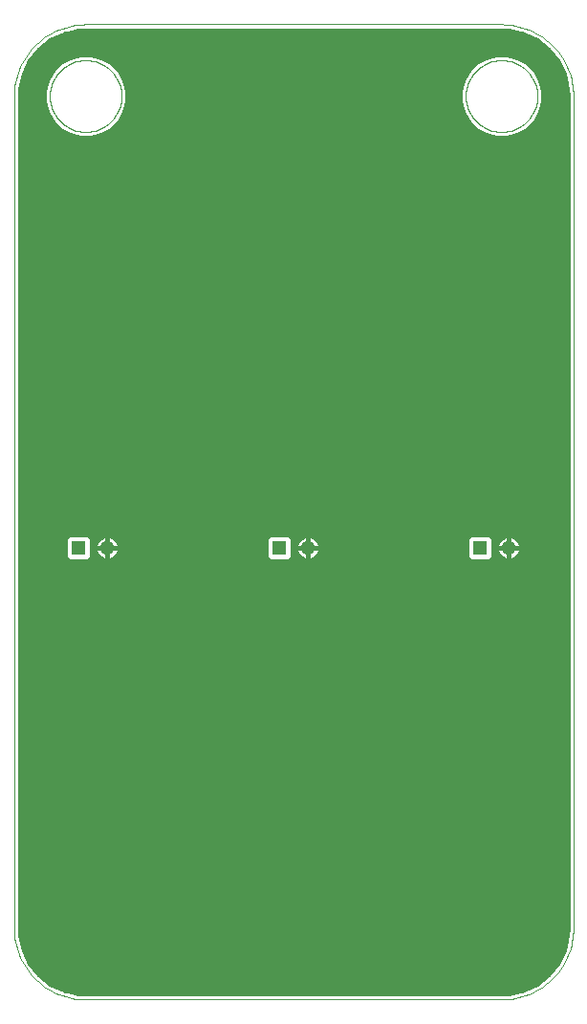
<source format=gtl>
G75*
G70*
%OFA0B0*%
%FSLAX24Y24*%
%IPPOS*%
%LPD*%
%AMOC8*
5,1,8,0,0,1.08239X$1,22.5*
%
%ADD10C,0.0000*%
%ADD11R,0.0515X0.0515*%
%ADD12C,0.0515*%
%ADD13C,0.0100*%
D10*
X000655Y003155D02*
X000655Y032155D01*
X001905Y032155D02*
X001907Y032225D01*
X001913Y032295D01*
X001923Y032364D01*
X001936Y032433D01*
X001954Y032501D01*
X001975Y032568D01*
X002000Y032633D01*
X002029Y032697D01*
X002061Y032760D01*
X002097Y032820D01*
X002136Y032878D01*
X002178Y032934D01*
X002223Y032988D01*
X002271Y033039D01*
X002322Y033087D01*
X002376Y033132D01*
X002432Y033174D01*
X002490Y033213D01*
X002550Y033249D01*
X002613Y033281D01*
X002677Y033310D01*
X002742Y033335D01*
X002809Y033356D01*
X002877Y033374D01*
X002946Y033387D01*
X003015Y033397D01*
X003085Y033403D01*
X003155Y033405D01*
X003225Y033403D01*
X003295Y033397D01*
X003364Y033387D01*
X003433Y033374D01*
X003501Y033356D01*
X003568Y033335D01*
X003633Y033310D01*
X003697Y033281D01*
X003760Y033249D01*
X003820Y033213D01*
X003878Y033174D01*
X003934Y033132D01*
X003988Y033087D01*
X004039Y033039D01*
X004087Y032988D01*
X004132Y032934D01*
X004174Y032878D01*
X004213Y032820D01*
X004249Y032760D01*
X004281Y032697D01*
X004310Y032633D01*
X004335Y032568D01*
X004356Y032501D01*
X004374Y032433D01*
X004387Y032364D01*
X004397Y032295D01*
X004403Y032225D01*
X004405Y032155D01*
X004403Y032085D01*
X004397Y032015D01*
X004387Y031946D01*
X004374Y031877D01*
X004356Y031809D01*
X004335Y031742D01*
X004310Y031677D01*
X004281Y031613D01*
X004249Y031550D01*
X004213Y031490D01*
X004174Y031432D01*
X004132Y031376D01*
X004087Y031322D01*
X004039Y031271D01*
X003988Y031223D01*
X003934Y031178D01*
X003878Y031136D01*
X003820Y031097D01*
X003760Y031061D01*
X003697Y031029D01*
X003633Y031000D01*
X003568Y030975D01*
X003501Y030954D01*
X003433Y030936D01*
X003364Y030923D01*
X003295Y030913D01*
X003225Y030907D01*
X003155Y030905D01*
X003085Y030907D01*
X003015Y030913D01*
X002946Y030923D01*
X002877Y030936D01*
X002809Y030954D01*
X002742Y030975D01*
X002677Y031000D01*
X002613Y031029D01*
X002550Y031061D01*
X002490Y031097D01*
X002432Y031136D01*
X002376Y031178D01*
X002322Y031223D01*
X002271Y031271D01*
X002223Y031322D01*
X002178Y031376D01*
X002136Y031432D01*
X002097Y031490D01*
X002061Y031550D01*
X002029Y031613D01*
X002000Y031677D01*
X001975Y031742D01*
X001954Y031809D01*
X001936Y031877D01*
X001923Y031946D01*
X001913Y032015D01*
X001907Y032085D01*
X001905Y032155D01*
X000655Y032155D02*
X000658Y032274D01*
X000666Y032393D01*
X000680Y032511D01*
X000700Y032628D01*
X000725Y032744D01*
X000756Y032859D01*
X000792Y032973D01*
X000834Y033084D01*
X000881Y033194D01*
X000933Y033301D01*
X000990Y033405D01*
X001052Y033507D01*
X001119Y033605D01*
X001190Y033700D01*
X001266Y033792D01*
X001346Y033880D01*
X001430Y033964D01*
X001518Y034044D01*
X001610Y034120D01*
X001705Y034191D01*
X001803Y034258D01*
X001905Y034320D01*
X002009Y034377D01*
X002116Y034429D01*
X002226Y034476D01*
X002337Y034518D01*
X002451Y034554D01*
X002566Y034585D01*
X002682Y034610D01*
X002799Y034630D01*
X002917Y034644D01*
X003036Y034652D01*
X003155Y034655D01*
X017655Y034655D01*
X016405Y032155D02*
X016407Y032225D01*
X016413Y032295D01*
X016423Y032364D01*
X016436Y032433D01*
X016454Y032501D01*
X016475Y032568D01*
X016500Y032633D01*
X016529Y032697D01*
X016561Y032760D01*
X016597Y032820D01*
X016636Y032878D01*
X016678Y032934D01*
X016723Y032988D01*
X016771Y033039D01*
X016822Y033087D01*
X016876Y033132D01*
X016932Y033174D01*
X016990Y033213D01*
X017050Y033249D01*
X017113Y033281D01*
X017177Y033310D01*
X017242Y033335D01*
X017309Y033356D01*
X017377Y033374D01*
X017446Y033387D01*
X017515Y033397D01*
X017585Y033403D01*
X017655Y033405D01*
X017725Y033403D01*
X017795Y033397D01*
X017864Y033387D01*
X017933Y033374D01*
X018001Y033356D01*
X018068Y033335D01*
X018133Y033310D01*
X018197Y033281D01*
X018260Y033249D01*
X018320Y033213D01*
X018378Y033174D01*
X018434Y033132D01*
X018488Y033087D01*
X018539Y033039D01*
X018587Y032988D01*
X018632Y032934D01*
X018674Y032878D01*
X018713Y032820D01*
X018749Y032760D01*
X018781Y032697D01*
X018810Y032633D01*
X018835Y032568D01*
X018856Y032501D01*
X018874Y032433D01*
X018887Y032364D01*
X018897Y032295D01*
X018903Y032225D01*
X018905Y032155D01*
X018903Y032085D01*
X018897Y032015D01*
X018887Y031946D01*
X018874Y031877D01*
X018856Y031809D01*
X018835Y031742D01*
X018810Y031677D01*
X018781Y031613D01*
X018749Y031550D01*
X018713Y031490D01*
X018674Y031432D01*
X018632Y031376D01*
X018587Y031322D01*
X018539Y031271D01*
X018488Y031223D01*
X018434Y031178D01*
X018378Y031136D01*
X018320Y031097D01*
X018260Y031061D01*
X018197Y031029D01*
X018133Y031000D01*
X018068Y030975D01*
X018001Y030954D01*
X017933Y030936D01*
X017864Y030923D01*
X017795Y030913D01*
X017725Y030907D01*
X017655Y030905D01*
X017585Y030907D01*
X017515Y030913D01*
X017446Y030923D01*
X017377Y030936D01*
X017309Y030954D01*
X017242Y030975D01*
X017177Y031000D01*
X017113Y031029D01*
X017050Y031061D01*
X016990Y031097D01*
X016932Y031136D01*
X016876Y031178D01*
X016822Y031223D01*
X016771Y031271D01*
X016723Y031322D01*
X016678Y031376D01*
X016636Y031432D01*
X016597Y031490D01*
X016561Y031550D01*
X016529Y031613D01*
X016500Y031677D01*
X016475Y031742D01*
X016454Y031809D01*
X016436Y031877D01*
X016423Y031946D01*
X016413Y032015D01*
X016407Y032085D01*
X016405Y032155D01*
X017655Y034655D02*
X017774Y034652D01*
X017893Y034644D01*
X018011Y034630D01*
X018128Y034610D01*
X018244Y034585D01*
X018359Y034554D01*
X018473Y034518D01*
X018584Y034476D01*
X018694Y034429D01*
X018801Y034377D01*
X018905Y034320D01*
X019007Y034258D01*
X019105Y034191D01*
X019200Y034120D01*
X019292Y034044D01*
X019380Y033964D01*
X019464Y033880D01*
X019544Y033792D01*
X019620Y033700D01*
X019691Y033605D01*
X019758Y033507D01*
X019820Y033405D01*
X019877Y033301D01*
X019929Y033194D01*
X019976Y033084D01*
X020018Y032973D01*
X020054Y032859D01*
X020085Y032744D01*
X020110Y032628D01*
X020130Y032511D01*
X020144Y032393D01*
X020152Y032274D01*
X020155Y032155D01*
X020155Y003155D01*
X020152Y003036D01*
X020144Y002917D01*
X020130Y002799D01*
X020110Y002682D01*
X020085Y002566D01*
X020054Y002451D01*
X020018Y002337D01*
X019976Y002226D01*
X019929Y002116D01*
X019877Y002009D01*
X019820Y001905D01*
X019758Y001803D01*
X019691Y001705D01*
X019620Y001610D01*
X019544Y001518D01*
X019464Y001430D01*
X019380Y001346D01*
X019292Y001266D01*
X019200Y001190D01*
X019105Y001119D01*
X019007Y001052D01*
X018905Y000990D01*
X018801Y000933D01*
X018694Y000881D01*
X018584Y000834D01*
X018473Y000792D01*
X018359Y000756D01*
X018244Y000725D01*
X018128Y000700D01*
X018011Y000680D01*
X017893Y000666D01*
X017774Y000658D01*
X017655Y000655D01*
X003155Y000655D01*
X003036Y000658D01*
X002917Y000666D01*
X002799Y000680D01*
X002682Y000700D01*
X002566Y000725D01*
X002451Y000756D01*
X002337Y000792D01*
X002226Y000834D01*
X002116Y000881D01*
X002009Y000933D01*
X001905Y000990D01*
X001803Y001052D01*
X001705Y001119D01*
X001610Y001190D01*
X001518Y001266D01*
X001430Y001346D01*
X001346Y001430D01*
X001266Y001518D01*
X001190Y001610D01*
X001119Y001705D01*
X001052Y001803D01*
X000990Y001905D01*
X000933Y002009D01*
X000881Y002116D01*
X000834Y002226D01*
X000792Y002337D01*
X000756Y002451D01*
X000725Y002566D01*
X000700Y002682D01*
X000680Y002799D01*
X000666Y002917D01*
X000658Y003036D01*
X000655Y003155D01*
D11*
X002905Y016405D03*
X009905Y016405D03*
X016905Y016405D03*
D12*
X017905Y016405D03*
X010905Y016405D03*
X003905Y016405D03*
D13*
X001182Y001915D02*
X001508Y001508D01*
X001915Y001182D01*
X002386Y000956D01*
X002894Y000840D01*
X003155Y000825D01*
X017585Y000825D01*
X017596Y000825D01*
X017655Y000825D01*
X017916Y000840D01*
X018425Y000956D01*
X018895Y001182D01*
X019303Y001507D01*
X019628Y001915D01*
X019854Y002386D01*
X019970Y002894D01*
X019985Y003155D01*
X019985Y032155D01*
X019970Y032416D01*
X019854Y032925D01*
X019628Y033395D01*
X019303Y033803D01*
X018895Y034128D01*
X018425Y034354D01*
X017916Y034470D01*
X017655Y034485D01*
X003226Y034485D01*
X003192Y034485D01*
X003155Y034485D01*
X002894Y034470D01*
X002386Y034354D01*
X001915Y034128D01*
X001508Y033803D01*
X001182Y033395D01*
X000956Y032925D01*
X000840Y032416D01*
X000825Y032155D01*
X000825Y003226D01*
X000825Y003209D01*
X000825Y003155D01*
X000840Y002894D01*
X000956Y002386D01*
X001182Y001915D01*
X001172Y001936D02*
X019638Y001936D01*
X019685Y002035D02*
X001125Y002035D01*
X001077Y002133D02*
X019733Y002133D01*
X019780Y002232D02*
X001030Y002232D01*
X000982Y002330D02*
X019828Y002330D01*
X019864Y002429D02*
X000946Y002429D01*
X000923Y002527D02*
X019887Y002527D01*
X019909Y002626D02*
X000901Y002626D01*
X000878Y002725D02*
X019932Y002725D01*
X019954Y002823D02*
X000856Y002823D01*
X000838Y002922D02*
X019972Y002922D01*
X019978Y003020D02*
X000833Y003020D01*
X000827Y003119D02*
X019983Y003119D01*
X019985Y003217D02*
X000825Y003217D01*
X000825Y003316D02*
X019985Y003316D01*
X019985Y003414D02*
X000825Y003414D01*
X000825Y003513D02*
X019985Y003513D01*
X019985Y003611D02*
X000825Y003611D01*
X000825Y003710D02*
X019985Y003710D01*
X019985Y003809D02*
X000825Y003809D01*
X000825Y003907D02*
X019985Y003907D01*
X019985Y004006D02*
X000825Y004006D01*
X000825Y004104D02*
X019985Y004104D01*
X019985Y004203D02*
X000825Y004203D01*
X000825Y004301D02*
X019985Y004301D01*
X019985Y004400D02*
X000825Y004400D01*
X000825Y004498D02*
X019985Y004498D01*
X019985Y004597D02*
X000825Y004597D01*
X000825Y004695D02*
X019985Y004695D01*
X019985Y004794D02*
X000825Y004794D01*
X000825Y004892D02*
X019985Y004892D01*
X019985Y004991D02*
X000825Y004991D01*
X000825Y005090D02*
X019985Y005090D01*
X019985Y005188D02*
X000825Y005188D01*
X000825Y005287D02*
X019985Y005287D01*
X019985Y005385D02*
X000825Y005385D01*
X000825Y005484D02*
X019985Y005484D01*
X019985Y005582D02*
X000825Y005582D01*
X000825Y005681D02*
X019985Y005681D01*
X019985Y005779D02*
X000825Y005779D01*
X000825Y005878D02*
X019985Y005878D01*
X019985Y005976D02*
X000825Y005976D01*
X000825Y006075D02*
X019985Y006075D01*
X019985Y006174D02*
X000825Y006174D01*
X000825Y006272D02*
X019985Y006272D01*
X019985Y006371D02*
X000825Y006371D01*
X000825Y006469D02*
X019985Y006469D01*
X019985Y006568D02*
X000825Y006568D01*
X000825Y006666D02*
X019985Y006666D01*
X019985Y006765D02*
X000825Y006765D01*
X000825Y006863D02*
X019985Y006863D01*
X019985Y006962D02*
X000825Y006962D01*
X000825Y007060D02*
X019985Y007060D01*
X019985Y007159D02*
X000825Y007159D01*
X000825Y007258D02*
X019985Y007258D01*
X019985Y007356D02*
X000825Y007356D01*
X000825Y007455D02*
X019985Y007455D01*
X019985Y007553D02*
X000825Y007553D01*
X000825Y007652D02*
X019985Y007652D01*
X019985Y007750D02*
X000825Y007750D01*
X000825Y007849D02*
X019985Y007849D01*
X019985Y007947D02*
X000825Y007947D01*
X000825Y008046D02*
X019985Y008046D01*
X019985Y008144D02*
X000825Y008144D01*
X000825Y008243D02*
X019985Y008243D01*
X019985Y008341D02*
X000825Y008341D01*
X000825Y008440D02*
X019985Y008440D01*
X019985Y008539D02*
X000825Y008539D01*
X000825Y008637D02*
X019985Y008637D01*
X019985Y008736D02*
X000825Y008736D01*
X000825Y008834D02*
X019985Y008834D01*
X019985Y008933D02*
X000825Y008933D01*
X000825Y009031D02*
X019985Y009031D01*
X019985Y009130D02*
X000825Y009130D01*
X000825Y009228D02*
X019985Y009228D01*
X019985Y009327D02*
X000825Y009327D01*
X000825Y009425D02*
X019985Y009425D01*
X019985Y009524D02*
X000825Y009524D01*
X000825Y009623D02*
X019985Y009623D01*
X019985Y009721D02*
X000825Y009721D01*
X000825Y009820D02*
X019985Y009820D01*
X019985Y009918D02*
X000825Y009918D01*
X000825Y010017D02*
X019985Y010017D01*
X019985Y010115D02*
X000825Y010115D01*
X000825Y010214D02*
X019985Y010214D01*
X019985Y010312D02*
X000825Y010312D01*
X000825Y010411D02*
X019985Y010411D01*
X019985Y010509D02*
X000825Y010509D01*
X000825Y010608D02*
X019985Y010608D01*
X019985Y010707D02*
X000825Y010707D01*
X000825Y010805D02*
X019985Y010805D01*
X019985Y010904D02*
X000825Y010904D01*
X000825Y011002D02*
X019985Y011002D01*
X019985Y011101D02*
X000825Y011101D01*
X000825Y011199D02*
X019985Y011199D01*
X019985Y011298D02*
X000825Y011298D01*
X000825Y011396D02*
X019985Y011396D01*
X019985Y011495D02*
X000825Y011495D01*
X000825Y011593D02*
X019985Y011593D01*
X019985Y011692D02*
X000825Y011692D01*
X000825Y011791D02*
X019985Y011791D01*
X019985Y011889D02*
X000825Y011889D01*
X000825Y011988D02*
X019985Y011988D01*
X019985Y012086D02*
X000825Y012086D01*
X000825Y012185D02*
X019985Y012185D01*
X019985Y012283D02*
X000825Y012283D01*
X000825Y012382D02*
X019985Y012382D01*
X019985Y012480D02*
X000825Y012480D01*
X000825Y012579D02*
X019985Y012579D01*
X019985Y012677D02*
X000825Y012677D01*
X000825Y012776D02*
X019985Y012776D01*
X019985Y012874D02*
X000825Y012874D01*
X000825Y012973D02*
X019985Y012973D01*
X019985Y013072D02*
X000825Y013072D01*
X000825Y013170D02*
X019985Y013170D01*
X019985Y013269D02*
X000825Y013269D01*
X000825Y013367D02*
X019985Y013367D01*
X019985Y013466D02*
X000825Y013466D01*
X000825Y013564D02*
X019985Y013564D01*
X019985Y013663D02*
X000825Y013663D01*
X000825Y013761D02*
X019985Y013761D01*
X019985Y013860D02*
X000825Y013860D01*
X000825Y013958D02*
X019985Y013958D01*
X019985Y014057D02*
X000825Y014057D01*
X000825Y014156D02*
X019985Y014156D01*
X019985Y014254D02*
X000825Y014254D01*
X000825Y014353D02*
X019985Y014353D01*
X019985Y014451D02*
X000825Y014451D01*
X000825Y014550D02*
X019985Y014550D01*
X019985Y014648D02*
X000825Y014648D01*
X000825Y014747D02*
X019985Y014747D01*
X019985Y014845D02*
X000825Y014845D01*
X000825Y014944D02*
X019985Y014944D01*
X019985Y015042D02*
X000825Y015042D01*
X000825Y015141D02*
X019985Y015141D01*
X019985Y015240D02*
X000825Y015240D01*
X000825Y015338D02*
X019985Y015338D01*
X019985Y015437D02*
X000825Y015437D01*
X000825Y015535D02*
X019985Y015535D01*
X019985Y015634D02*
X000825Y015634D01*
X000825Y015732D02*
X019985Y015732D01*
X019985Y015831D02*
X000825Y015831D01*
X000825Y015929D02*
X019985Y015929D01*
X019985Y016028D02*
X018062Y016028D01*
X018062Y016027D02*
X018119Y016057D01*
X018171Y016094D01*
X018216Y016140D01*
X018254Y016192D01*
X018283Y016249D01*
X018303Y016310D01*
X018313Y016373D01*
X018313Y016376D01*
X017934Y016376D01*
X017934Y015998D01*
X017937Y015998D01*
X018001Y016008D01*
X018062Y016027D01*
X017934Y016028D02*
X017876Y016028D01*
X017876Y015998D02*
X017876Y016376D01*
X017934Y016376D01*
X017934Y016434D01*
X018313Y016434D01*
X018313Y016437D01*
X018303Y016501D01*
X018283Y016562D01*
X018254Y016619D01*
X018216Y016671D01*
X018171Y016716D01*
X018119Y016754D01*
X018062Y016783D01*
X018001Y016803D01*
X017937Y016813D01*
X017934Y016813D01*
X017934Y016434D01*
X017876Y016434D01*
X017876Y016376D01*
X017498Y016376D01*
X017498Y016373D01*
X017508Y016310D01*
X017527Y016249D01*
X017557Y016192D01*
X017594Y016140D01*
X017640Y016094D01*
X017692Y016057D01*
X017749Y016027D01*
X017810Y016008D01*
X017873Y015998D01*
X017876Y015998D01*
X017876Y016126D02*
X017934Y016126D01*
X017934Y016225D02*
X017876Y016225D01*
X017876Y016324D02*
X017934Y016324D01*
X017934Y016422D02*
X019985Y016422D01*
X019985Y016324D02*
X018305Y016324D01*
X018271Y016225D02*
X019985Y016225D01*
X019985Y016126D02*
X018203Y016126D01*
X018296Y016521D02*
X019985Y016521D01*
X019985Y016619D02*
X018253Y016619D01*
X018168Y016718D02*
X019985Y016718D01*
X019985Y016816D02*
X017249Y016816D01*
X017233Y016833D02*
X016577Y016833D01*
X016478Y016733D01*
X016478Y016077D01*
X016577Y015978D01*
X017233Y015978D01*
X017333Y016077D01*
X017333Y016733D01*
X017233Y016833D01*
X017333Y016718D02*
X017642Y016718D01*
X017640Y016716D02*
X017594Y016671D01*
X017557Y016619D01*
X017333Y016619D01*
X017333Y016521D02*
X017514Y016521D01*
X017508Y016501D02*
X017498Y016437D01*
X017498Y016434D01*
X017876Y016434D01*
X017876Y016813D01*
X017873Y016813D01*
X017810Y016803D01*
X017749Y016783D01*
X017692Y016754D01*
X017640Y016716D01*
X017557Y016619D02*
X017527Y016562D01*
X017508Y016501D01*
X017505Y016324D02*
X017333Y016324D01*
X017333Y016422D02*
X017876Y016422D01*
X017876Y016521D02*
X017934Y016521D01*
X017934Y016619D02*
X017876Y016619D01*
X017876Y016718D02*
X017934Y016718D01*
X017540Y016225D02*
X017333Y016225D01*
X017333Y016126D02*
X017608Y016126D01*
X017748Y016028D02*
X017283Y016028D01*
X016527Y016028D02*
X011062Y016028D01*
X011062Y016027D02*
X011119Y016057D01*
X011171Y016094D01*
X011216Y016140D01*
X011254Y016192D01*
X011283Y016249D01*
X011303Y016310D01*
X011313Y016373D01*
X011313Y016376D01*
X010934Y016376D01*
X010934Y015998D01*
X010937Y015998D01*
X011001Y016008D01*
X011062Y016027D01*
X010934Y016028D02*
X010876Y016028D01*
X010876Y015998D02*
X010876Y016376D01*
X010934Y016376D01*
X010934Y016434D01*
X011313Y016434D01*
X011313Y016437D01*
X011303Y016501D01*
X011283Y016562D01*
X011254Y016619D01*
X011216Y016671D01*
X011171Y016716D01*
X011119Y016754D01*
X011062Y016783D01*
X011001Y016803D01*
X010937Y016813D01*
X010934Y016813D01*
X010934Y016434D01*
X010876Y016434D01*
X010876Y016376D01*
X010498Y016376D01*
X010498Y016373D01*
X010508Y016310D01*
X010527Y016249D01*
X010557Y016192D01*
X010594Y016140D01*
X010640Y016094D01*
X010692Y016057D01*
X010749Y016027D01*
X010810Y016008D01*
X010873Y015998D01*
X010876Y015998D01*
X010876Y016126D02*
X010934Y016126D01*
X010934Y016225D02*
X010876Y016225D01*
X010876Y016324D02*
X010934Y016324D01*
X010934Y016422D02*
X016478Y016422D01*
X016478Y016324D02*
X011305Y016324D01*
X011271Y016225D02*
X016478Y016225D01*
X016478Y016126D02*
X011203Y016126D01*
X011296Y016521D02*
X016478Y016521D01*
X016478Y016619D02*
X011253Y016619D01*
X011168Y016718D02*
X016478Y016718D01*
X016561Y016816D02*
X010249Y016816D01*
X010233Y016833D02*
X009577Y016833D01*
X009478Y016733D01*
X009478Y016077D01*
X009577Y015978D01*
X010233Y015978D01*
X010333Y016077D01*
X010333Y016733D01*
X010233Y016833D01*
X010333Y016718D02*
X010642Y016718D01*
X010640Y016716D02*
X010594Y016671D01*
X010557Y016619D01*
X010333Y016619D01*
X010333Y016521D02*
X010514Y016521D01*
X010508Y016501D02*
X010498Y016437D01*
X010498Y016434D01*
X010876Y016434D01*
X010876Y016813D01*
X010873Y016813D01*
X010810Y016803D01*
X010749Y016783D01*
X010692Y016754D01*
X010640Y016716D01*
X010557Y016619D02*
X010527Y016562D01*
X010508Y016501D01*
X010505Y016324D02*
X010333Y016324D01*
X010333Y016422D02*
X010876Y016422D01*
X010876Y016521D02*
X010934Y016521D01*
X010934Y016619D02*
X010876Y016619D01*
X010876Y016718D02*
X010934Y016718D01*
X010540Y016225D02*
X010333Y016225D01*
X010333Y016126D02*
X010608Y016126D01*
X010748Y016028D02*
X010283Y016028D01*
X009527Y016028D02*
X004062Y016028D01*
X004062Y016027D02*
X004119Y016057D01*
X004171Y016094D01*
X004216Y016140D01*
X004254Y016192D01*
X004283Y016249D01*
X004303Y016310D01*
X004313Y016373D01*
X004313Y016376D01*
X003934Y016376D01*
X003934Y015998D01*
X003937Y015998D01*
X004001Y016008D01*
X004062Y016027D01*
X003934Y016028D02*
X003876Y016028D01*
X003876Y015998D02*
X003876Y016376D01*
X003934Y016376D01*
X003934Y016434D01*
X004313Y016434D01*
X004313Y016437D01*
X004303Y016501D01*
X004283Y016562D01*
X004254Y016619D01*
X004216Y016671D01*
X004171Y016716D01*
X004119Y016754D01*
X004062Y016783D01*
X004001Y016803D01*
X003937Y016813D01*
X003934Y016813D01*
X003934Y016434D01*
X003876Y016434D01*
X003876Y016376D01*
X003498Y016376D01*
X003498Y016373D01*
X003508Y016310D01*
X003527Y016249D01*
X003557Y016192D01*
X003594Y016140D01*
X003640Y016094D01*
X003692Y016057D01*
X003749Y016027D01*
X003810Y016008D01*
X003873Y015998D01*
X003876Y015998D01*
X003876Y016126D02*
X003934Y016126D01*
X003934Y016225D02*
X003876Y016225D01*
X003876Y016324D02*
X003934Y016324D01*
X003934Y016422D02*
X009478Y016422D01*
X009478Y016324D02*
X004305Y016324D01*
X004271Y016225D02*
X009478Y016225D01*
X009478Y016126D02*
X004203Y016126D01*
X004296Y016521D02*
X009478Y016521D01*
X009478Y016619D02*
X004253Y016619D01*
X004168Y016718D02*
X009478Y016718D01*
X009561Y016816D02*
X003249Y016816D01*
X003233Y016833D02*
X002577Y016833D01*
X002478Y016733D01*
X002478Y016077D01*
X002577Y015978D01*
X003233Y015978D01*
X003333Y016077D01*
X003333Y016733D01*
X003233Y016833D01*
X003333Y016718D02*
X003642Y016718D01*
X003640Y016716D02*
X003594Y016671D01*
X003557Y016619D01*
X003333Y016619D01*
X003333Y016521D02*
X003514Y016521D01*
X003508Y016501D02*
X003498Y016437D01*
X003498Y016434D01*
X003876Y016434D01*
X003876Y016813D01*
X003873Y016813D01*
X003810Y016803D01*
X003749Y016783D01*
X003692Y016754D01*
X003640Y016716D01*
X003557Y016619D02*
X003527Y016562D01*
X003508Y016501D01*
X003505Y016324D02*
X003333Y016324D01*
X003333Y016422D02*
X003876Y016422D01*
X003876Y016521D02*
X003934Y016521D01*
X003934Y016619D02*
X003876Y016619D01*
X003876Y016718D02*
X003934Y016718D01*
X003540Y016225D02*
X003333Y016225D01*
X003333Y016126D02*
X003608Y016126D01*
X003748Y016028D02*
X003283Y016028D01*
X002561Y016816D02*
X000825Y016816D01*
X000825Y016718D02*
X002478Y016718D01*
X002478Y016619D02*
X000825Y016619D01*
X000825Y016521D02*
X002478Y016521D01*
X002478Y016422D02*
X000825Y016422D01*
X000825Y016324D02*
X002478Y016324D01*
X002478Y016225D02*
X000825Y016225D01*
X000825Y016126D02*
X002478Y016126D01*
X002527Y016028D02*
X000825Y016028D01*
X000825Y016915D02*
X019985Y016915D01*
X019985Y017013D02*
X000825Y017013D01*
X000825Y017112D02*
X019985Y017112D01*
X019985Y017210D02*
X000825Y017210D01*
X000825Y017309D02*
X019985Y017309D01*
X019985Y017407D02*
X000825Y017407D01*
X000825Y017506D02*
X019985Y017506D01*
X019985Y017605D02*
X000825Y017605D01*
X000825Y017703D02*
X019985Y017703D01*
X019985Y017802D02*
X000825Y017802D01*
X000825Y017900D02*
X019985Y017900D01*
X019985Y017999D02*
X000825Y017999D01*
X000825Y018097D02*
X019985Y018097D01*
X019985Y018196D02*
X000825Y018196D01*
X000825Y018294D02*
X019985Y018294D01*
X019985Y018393D02*
X000825Y018393D01*
X000825Y018491D02*
X019985Y018491D01*
X019985Y018590D02*
X000825Y018590D01*
X000825Y018689D02*
X019985Y018689D01*
X019985Y018787D02*
X000825Y018787D01*
X000825Y018886D02*
X019985Y018886D01*
X019985Y018984D02*
X000825Y018984D01*
X000825Y019083D02*
X019985Y019083D01*
X019985Y019181D02*
X000825Y019181D01*
X000825Y019280D02*
X019985Y019280D01*
X019985Y019378D02*
X000825Y019378D01*
X000825Y019477D02*
X019985Y019477D01*
X019985Y019575D02*
X000825Y019575D01*
X000825Y019674D02*
X019985Y019674D01*
X019985Y019773D02*
X000825Y019773D01*
X000825Y019871D02*
X019985Y019871D01*
X019985Y019970D02*
X000825Y019970D01*
X000825Y020068D02*
X019985Y020068D01*
X019985Y020167D02*
X000825Y020167D01*
X000825Y020265D02*
X019985Y020265D01*
X019985Y020364D02*
X000825Y020364D01*
X000825Y020462D02*
X019985Y020462D01*
X019985Y020561D02*
X000825Y020561D01*
X000825Y020659D02*
X019985Y020659D01*
X019985Y020758D02*
X000825Y020758D01*
X000825Y020856D02*
X019985Y020856D01*
X019985Y020955D02*
X000825Y020955D01*
X000825Y021054D02*
X019985Y021054D01*
X019985Y021152D02*
X000825Y021152D01*
X000825Y021251D02*
X019985Y021251D01*
X019985Y021349D02*
X000825Y021349D01*
X000825Y021448D02*
X019985Y021448D01*
X019985Y021546D02*
X000825Y021546D01*
X000825Y021645D02*
X019985Y021645D01*
X019985Y021743D02*
X000825Y021743D01*
X000825Y021842D02*
X019985Y021842D01*
X019985Y021940D02*
X000825Y021940D01*
X000825Y022039D02*
X019985Y022039D01*
X019985Y022138D02*
X000825Y022138D01*
X000825Y022236D02*
X019985Y022236D01*
X019985Y022335D02*
X000825Y022335D01*
X000825Y022433D02*
X019985Y022433D01*
X019985Y022532D02*
X000825Y022532D01*
X000825Y022630D02*
X019985Y022630D01*
X019985Y022729D02*
X000825Y022729D01*
X000825Y022827D02*
X019985Y022827D01*
X019985Y022926D02*
X000825Y022926D01*
X000825Y023024D02*
X019985Y023024D01*
X019985Y023123D02*
X000825Y023123D01*
X000825Y023222D02*
X019985Y023222D01*
X019985Y023320D02*
X000825Y023320D01*
X000825Y023419D02*
X019985Y023419D01*
X019985Y023517D02*
X000825Y023517D01*
X000825Y023616D02*
X019985Y023616D01*
X019985Y023714D02*
X000825Y023714D01*
X000825Y023813D02*
X019985Y023813D01*
X019985Y023911D02*
X000825Y023911D01*
X000825Y024010D02*
X019985Y024010D01*
X019985Y024108D02*
X000825Y024108D01*
X000825Y024207D02*
X019985Y024207D01*
X019985Y024306D02*
X000825Y024306D01*
X000825Y024404D02*
X019985Y024404D01*
X019985Y024503D02*
X000825Y024503D01*
X000825Y024601D02*
X019985Y024601D01*
X019985Y024700D02*
X000825Y024700D01*
X000825Y024798D02*
X019985Y024798D01*
X019985Y024897D02*
X000825Y024897D01*
X000825Y024995D02*
X019985Y024995D01*
X019985Y025094D02*
X000825Y025094D01*
X000825Y025192D02*
X019985Y025192D01*
X019985Y025291D02*
X000825Y025291D01*
X000825Y025389D02*
X019985Y025389D01*
X019985Y025488D02*
X000825Y025488D01*
X000825Y025587D02*
X019985Y025587D01*
X019985Y025685D02*
X000825Y025685D01*
X000825Y025784D02*
X019985Y025784D01*
X019985Y025882D02*
X000825Y025882D01*
X000825Y025981D02*
X019985Y025981D01*
X019985Y026079D02*
X000825Y026079D01*
X000825Y026178D02*
X019985Y026178D01*
X019985Y026276D02*
X000825Y026276D01*
X000825Y026375D02*
X019985Y026375D01*
X019985Y026473D02*
X000825Y026473D01*
X000825Y026572D02*
X019985Y026572D01*
X019985Y026671D02*
X000825Y026671D01*
X000825Y026769D02*
X019985Y026769D01*
X019985Y026868D02*
X000825Y026868D01*
X000825Y026966D02*
X019985Y026966D01*
X019985Y027065D02*
X000825Y027065D01*
X000825Y027163D02*
X019985Y027163D01*
X019985Y027262D02*
X000825Y027262D01*
X000825Y027360D02*
X019985Y027360D01*
X019985Y027459D02*
X000825Y027459D01*
X000825Y027557D02*
X019985Y027557D01*
X019985Y027656D02*
X000825Y027656D01*
X000825Y027755D02*
X019985Y027755D01*
X019985Y027853D02*
X000825Y027853D01*
X000825Y027952D02*
X019985Y027952D01*
X019985Y028050D02*
X000825Y028050D01*
X000825Y028149D02*
X019985Y028149D01*
X019985Y028247D02*
X000825Y028247D01*
X000825Y028346D02*
X019985Y028346D01*
X019985Y028444D02*
X000825Y028444D01*
X000825Y028543D02*
X019985Y028543D01*
X019985Y028641D02*
X000825Y028641D01*
X000825Y028740D02*
X019985Y028740D01*
X019985Y028839D02*
X000825Y028839D01*
X000825Y028937D02*
X019985Y028937D01*
X019985Y029036D02*
X000825Y029036D01*
X000825Y029134D02*
X019985Y029134D01*
X019985Y029233D02*
X000825Y029233D01*
X000825Y029331D02*
X019985Y029331D01*
X019985Y029430D02*
X000825Y029430D01*
X000825Y029528D02*
X019985Y029528D01*
X019985Y029627D02*
X000825Y029627D01*
X000825Y029725D02*
X019985Y029725D01*
X019985Y029824D02*
X000825Y029824D01*
X000825Y029922D02*
X019985Y029922D01*
X019985Y030021D02*
X000825Y030021D01*
X000825Y030120D02*
X019985Y030120D01*
X019985Y030218D02*
X000825Y030218D01*
X000825Y030317D02*
X019985Y030317D01*
X019985Y030415D02*
X000825Y030415D01*
X000825Y030514D02*
X019985Y030514D01*
X019985Y030612D02*
X000825Y030612D01*
X000825Y030711D02*
X019985Y030711D01*
X019985Y030809D02*
X018119Y030809D01*
X018203Y030832D02*
X018527Y031019D01*
X018791Y031283D01*
X018978Y031607D01*
X019075Y031968D01*
X019075Y032342D01*
X018978Y032703D01*
X018791Y033027D01*
X018527Y033291D01*
X018203Y033478D01*
X017842Y033575D01*
X017468Y033575D01*
X017107Y033478D01*
X016783Y033291D01*
X016519Y033027D01*
X016332Y032703D01*
X016235Y032342D01*
X016235Y031968D01*
X016332Y031607D01*
X016519Y031283D01*
X016783Y031019D01*
X017107Y030832D01*
X017468Y030735D01*
X017842Y030735D01*
X018203Y030832D01*
X018335Y030908D02*
X019985Y030908D01*
X019985Y031006D02*
X018506Y031006D01*
X018613Y031105D02*
X019985Y031105D01*
X019985Y031204D02*
X018712Y031204D01*
X018802Y031302D02*
X019985Y031302D01*
X019985Y031401D02*
X018859Y031401D01*
X018916Y031499D02*
X019985Y031499D01*
X019985Y031598D02*
X018973Y031598D01*
X019002Y031696D02*
X019985Y031696D01*
X019985Y031795D02*
X019029Y031795D01*
X019055Y031893D02*
X019985Y031893D01*
X019985Y031992D02*
X019075Y031992D01*
X019075Y032090D02*
X019985Y032090D01*
X019983Y032189D02*
X019075Y032189D01*
X019075Y032288D02*
X019978Y032288D01*
X019972Y032386D02*
X019063Y032386D01*
X019037Y032485D02*
X019955Y032485D01*
X019932Y032583D02*
X019011Y032583D01*
X018984Y032682D02*
X019910Y032682D01*
X019887Y032780D02*
X018934Y032780D01*
X018877Y032879D02*
X019865Y032879D01*
X019829Y032977D02*
X018820Y032977D01*
X018743Y033076D02*
X019782Y033076D01*
X019734Y033174D02*
X018644Y033174D01*
X018545Y033273D02*
X019687Y033273D01*
X019639Y033371D02*
X018388Y033371D01*
X018218Y033470D02*
X019568Y033470D01*
X019489Y033569D02*
X017866Y033569D01*
X017444Y033569D02*
X003366Y033569D01*
X003342Y033575D02*
X002968Y033575D01*
X002607Y033478D01*
X002283Y033291D01*
X002019Y033027D01*
X001832Y032703D01*
X001735Y032342D01*
X001735Y031968D01*
X001832Y031607D01*
X002019Y031283D01*
X002283Y031019D01*
X002607Y030832D01*
X002968Y030735D01*
X003342Y030735D01*
X003703Y030832D01*
X004027Y031019D01*
X004291Y031283D01*
X004478Y031607D01*
X004575Y031968D01*
X004575Y032342D01*
X004478Y032703D01*
X004291Y033027D01*
X004027Y033291D01*
X003703Y033478D01*
X003342Y033575D01*
X003718Y033470D02*
X017093Y033470D01*
X016922Y033371D02*
X003888Y033371D01*
X004045Y033273D02*
X016765Y033273D01*
X016666Y033174D02*
X004144Y033174D01*
X004243Y033076D02*
X016568Y033076D01*
X016490Y032977D02*
X004320Y032977D01*
X004377Y032879D02*
X016433Y032879D01*
X016376Y032780D02*
X004434Y032780D01*
X004484Y032682D02*
X016326Y032682D01*
X016300Y032583D02*
X004511Y032583D01*
X004537Y032485D02*
X016273Y032485D01*
X016247Y032386D02*
X004563Y032386D01*
X004575Y032288D02*
X016235Y032288D01*
X016235Y032189D02*
X004575Y032189D01*
X004575Y032090D02*
X016235Y032090D01*
X016235Y031992D02*
X004575Y031992D01*
X004555Y031893D02*
X016255Y031893D01*
X016282Y031795D02*
X004529Y031795D01*
X004502Y031696D02*
X016308Y031696D01*
X016337Y031598D02*
X004473Y031598D01*
X004416Y031499D02*
X016394Y031499D01*
X016451Y031401D02*
X004359Y031401D01*
X004302Y031302D02*
X016508Y031302D01*
X016598Y031204D02*
X004212Y031204D01*
X004113Y031105D02*
X016697Y031105D01*
X016805Y031006D02*
X004006Y031006D01*
X003835Y030908D02*
X016975Y030908D01*
X017191Y030809D02*
X003619Y030809D01*
X002691Y030809D02*
X000825Y030809D01*
X000825Y030908D02*
X002475Y030908D01*
X002305Y031006D02*
X000825Y031006D01*
X000825Y031105D02*
X002197Y031105D01*
X002098Y031204D02*
X000825Y031204D01*
X000825Y031302D02*
X002008Y031302D01*
X001951Y031401D02*
X000825Y031401D01*
X000825Y031499D02*
X001894Y031499D01*
X001837Y031598D02*
X000825Y031598D01*
X000825Y031696D02*
X001808Y031696D01*
X001782Y031795D02*
X000825Y031795D01*
X000825Y031893D02*
X001755Y031893D01*
X001735Y031992D02*
X000825Y031992D01*
X000825Y032090D02*
X001735Y032090D01*
X001735Y032189D02*
X000827Y032189D01*
X000832Y032288D02*
X001735Y032288D01*
X001747Y032386D02*
X000838Y032386D01*
X000855Y032485D02*
X001773Y032485D01*
X001800Y032583D02*
X000878Y032583D01*
X000900Y032682D02*
X001826Y032682D01*
X001876Y032780D02*
X000923Y032780D01*
X000945Y032879D02*
X001933Y032879D01*
X001990Y032977D02*
X000981Y032977D01*
X001029Y033076D02*
X002068Y033076D01*
X002166Y033174D02*
X001076Y033174D01*
X001124Y033273D02*
X002265Y033273D01*
X002422Y033371D02*
X001171Y033371D01*
X001242Y033470D02*
X002593Y033470D01*
X002944Y033569D02*
X001321Y033569D01*
X001399Y033667D02*
X019411Y033667D01*
X019332Y033766D02*
X001478Y033766D01*
X001585Y033864D02*
X019226Y033864D01*
X019102Y033963D02*
X001708Y033963D01*
X001832Y034061D02*
X018978Y034061D01*
X018829Y034160D02*
X001982Y034160D01*
X002186Y034258D02*
X018624Y034258D01*
X018413Y034357D02*
X002397Y034357D01*
X002829Y034455D02*
X017982Y034455D01*
X019566Y001838D02*
X001244Y001838D01*
X001323Y001739D02*
X019487Y001739D01*
X019409Y001641D02*
X001401Y001641D01*
X001480Y001542D02*
X019330Y001542D01*
X019222Y001443D02*
X001588Y001443D01*
X001711Y001345D02*
X019099Y001345D01*
X018975Y001246D02*
X001835Y001246D01*
X001987Y001148D02*
X018823Y001148D01*
X018619Y001049D02*
X002191Y001049D01*
X002408Y000951D02*
X018402Y000951D01*
X017971Y000852D02*
X002840Y000852D01*
M02*

</source>
